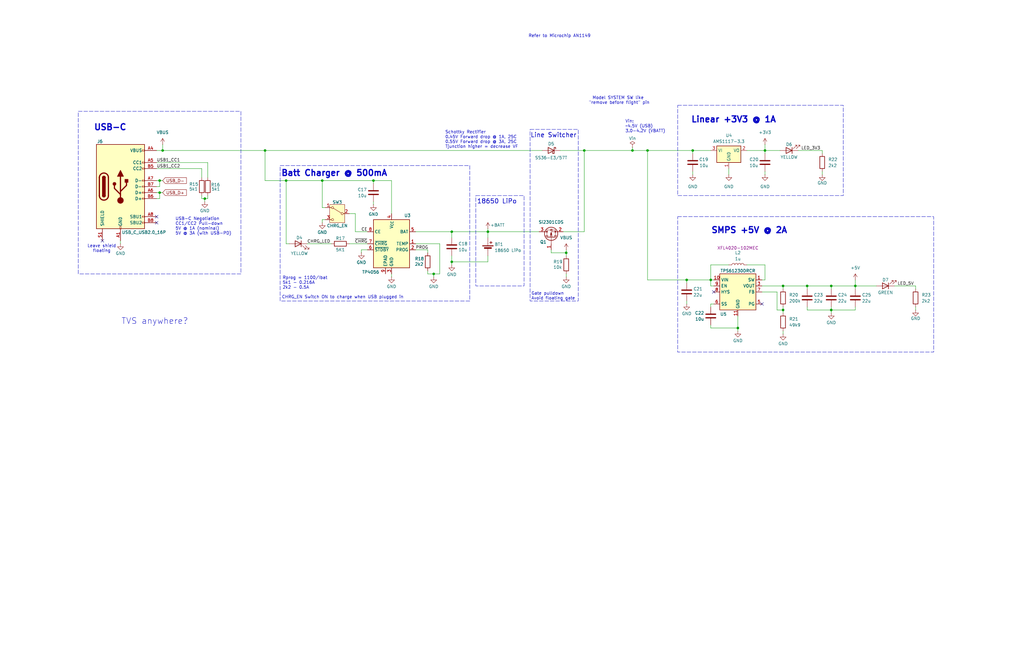
<source format=kicad_sch>
(kicad_sch (version 20250114) (generator "eeschema") (generator_version "9.0")
  (paper "USLedger")
  (title_block (title "+5V, +3V3, LiPo Battery, Charger") (date "2025-10-15") (rev "B") (company "Bronco STAR - BLV") (comment 1 "Rev B - Add TP4056 Charger, Line Switcher, +5V SMPS"))
  (lib_symbols
    (symbol "Battery_Management:TP4056-42-ESOP8"
      (property "Reference" "U" (at -6.604 11.684 0))
      (property "Value" "TP4056-42-ESOP8" (at 10.16 11.684 0))
      (symbol "TP4056-42-ESOP8_1_0"
        (pin input line (at -10.16 5.08 0) (length 2.54) (name "CE") (number "8"))
        (pin open_collector line (at -10.16 0 0) (length 2.54) (name "~{CHRG}") (number "7"))
        (pin open_collector line (at -10.16 -2.54 0) (length 2.54) (name "~{STDBY}") (number "6"))
        (pin passive line (at -2.54 -12.7 90) (length 2.54) (name "EPAD") (number "9"))
        (pin power_in line (at 0 12.7 270) (length 2.54) (name "V_{CC}") (number "4"))
        (pin power_in line (at 0 -12.7 90) (length 2.54) (name "GND") (number "3"))
        (pin power_out line (at 10.16 5.08 180) (length 2.54) (name "BAT") (number "5"))
        (pin input line (at 10.16 0 180) (length 2.54) (name "TEMP") (number "1"))
        (pin passive line (at 10.16 -2.54 180) (length 2.54) (name "PROG") (number "2"))
      )
      (symbol "TP4056-42-ESOP8_1_1"
        (rectangle (start -7.62 10.16) (end 7.62 -10.16) (stroke (width 0.254)) (fill (type background)))
      )
    )
    (symbol "Connector:USB_C_Receptacle_USB2.0_16P" (pin_names (offset 1.016))
      (property "Reference" "J" (at 0 22.225 0))
      (property "Value" "USB_C_Receptacle_USB2.0_16P" (at 0 19.685 0))
      (symbol "USB_C_Receptacle_USB2.0_16P_0_0"
        (rectangle (start -0.254 -17.78) (end 0.254 -16.764))
        (rectangle (start 10.16 15.494) (end 9.144 14.986))
        (rectangle (start 10.16 10.414) (end 9.144 9.906))
        (rectangle (start 10.16 7.874) (end 9.144 7.366))
        (rectangle (start 10.16 2.794) (end 9.144 2.286))
        (rectangle (start 10.16 0.254) (end 9.144 -0.254))
        (rectangle (start 10.16 -2.286) (end 9.144 -2.794))
        (rectangle (start 10.16 -4.826) (end 9.144 -5.334))
        (rectangle (start 10.16 -12.446) (end 9.144 -12.954))
        (rectangle (start 10.16 -14.986) (end 9.144 -15.494))
      )
      (symbol "USB_C_Receptacle_USB2.0_16P_0_1"
        (rectangle (start -10.16 17.78) (end 10.16 -17.78) (stroke (width 0.254)) (fill (type background)))
        (polyline (pts (xy -8.89 -3.81) (xy -8.89 3.81)) (stroke (width 0.508)))
        (rectangle (start -7.62 -3.81) (end -6.35 3.81) (stroke (width 0.254)) (fill (type outline)))
        (arc (start -7.62 3.81) (mid -6.985 4.4423) (end -6.35 3.81) (stroke (width 0.254)))
        (arc (start -7.62 3.81) (mid -6.985 4.4423) (end -6.35 3.81) (stroke (width 0.254)) (fill (type outline)))
        (arc (start -8.89 3.81) (mid -6.985 5.7067) (end -5.08 3.81) (stroke (width 0.508)))
        (arc (start -5.08 -3.81) (mid -6.985 -5.7067) (end -8.89 -3.81) (stroke (width 0.508)))
        (arc (start -6.35 -3.81) (mid -6.985 -4.4423) (end -7.62 -3.81) (stroke (width 0.254)))
        (arc (start -6.35 -3.81) (mid -6.985 -4.4423) (end -7.62 -3.81) (stroke (width 0.254)) (fill (type outline)))
        (polyline (pts (xy -5.08 3.81) (xy -5.08 -3.81)) (stroke (width 0.508)))
        (circle (center -2.54 1.143) (radius 0.635) (stroke (width 0.254)) (fill (type outline)))
        (polyline (pts (xy -1.27 4.318) (xy 0 6.858) (xy 1.27 4.318) (xy -1.27 4.318)) (stroke (width 0.254)) (fill (type outline)))
        (polyline (pts (xy 0 -2.032) (xy 2.54 0.508) (xy 2.54 1.778)) (stroke (width 0.508)))
        (polyline (pts (xy 0 -3.302) (xy -2.54 -0.762) (xy -2.54 0.508)) (stroke (width 0.508)))
        (polyline (pts (xy 0 -5.842) (xy 0 4.318)) (stroke (width 0.508)))
        (circle (center 0 -5.842) (radius 1.27) (fill (type outline)))
        (rectangle (start 1.905 1.778) (end 3.175 3.048) (stroke (width 0.254)) (fill (type outline)))
      )
      (symbol "USB_C_Receptacle_USB2.0_16P_1_1"
        (pin passive line (at -7.62 -22.86 90) (length 5.08) (name "SHIELD") (number "S1"))
        (pin passive line (at 0 -22.86 90) (length 5.08) (name "GND") (number "A1"))
        (pin passive line (at 0 -22.86 90) (length 5.08) (hide yes) (name "GND") (number "A12"))
        (pin passive line (at 0 -22.86 90) (length 5.08) (hide yes) (name "GND") (number "B1"))
        (pin passive line (at 0 -22.86 90) (length 5.08) (hide yes) (name "GND") (number "B12"))
        (pin passive line (at 15.24 15.24 180) (length 5.08) (name "VBUS") (number "A4"))
        (pin passive line (at 15.24 15.24 180) (length 5.08) (hide yes) (name "VBUS") (number "A9"))
        (pin passive line (at 15.24 15.24 180) (length 5.08) (hide yes) (name "VBUS") (number "B4"))
        (pin passive line (at 15.24 15.24 180) (length 5.08) (hide yes) (name "VBUS") (number "B9"))
        (pin bidirectional line (at 15.24 10.16 180) (length 5.08) (name "CC1") (number "A5"))
        (pin bidirectional line (at 15.24 7.62 180) (length 5.08) (name "CC2") (number "B5"))
        (pin bidirectional line (at 15.24 2.54 180) (length 5.08) (name "D-") (number "A7"))
        (pin bidirectional line (at 15.24 0 180) (length 5.08) (name "D-") (number "B7"))
        (pin bidirectional line (at 15.24 -2.54 180) (length 5.08) (name "D+") (number "A6"))
        (pin bidirectional line (at 15.24 -5.08 180) (length 5.08) (name "D+") (number "B6"))
        (pin bidirectional line (at 15.24 -12.7 180) (length 5.08) (name "SBU1") (number "A8"))
        (pin bidirectional line (at 15.24 -15.24 180) (length 5.08) (name "SBU2") (number "B8"))
      )
    )
    (symbol "Device:Battery_Cell" (pin_numbers (hide yes)) (pin_names (offset 0) (hide yes))
      (property "Reference" "BT" (at 2.54 2.54 0))
      (property "Value" "Battery_Cell" (at 2.54 0 0))
      (symbol "Battery_Cell_0_1"
        (rectangle (start -2.286 1.778) (end 2.286 1.524) (fill (type outline)))
        (rectangle (start -1.524 1.016) (end 1.524 0.508) (fill (type outline)))
        (polyline (pts (xy 0 1.778) (xy 0 2.54)))
        (polyline (pts (xy 0 0.762) (xy 0 0)))
        (polyline (pts (xy 0.762 3.048) (xy 1.778 3.048)) (stroke (width 0.254)))
        (polyline (pts (xy 1.27 3.556) (xy 1.27 2.54)) (stroke (width 0.254)))
      )
      (symbol "Battery_Cell_1_1"
        (pin passive line (at 0 5.08 270) (length 2.54) (name "+") (number "1"))
        (pin passive line (at 0 -2.54 90) (length 2.54) (name "-") (number "2"))
      )
    )
    (symbol "Device:C" (pin_numbers (hide yes)) (pin_names (offset 0.254))
      (property "Reference" "C" (at 0.635 2.54 0))
      (property "Value" "C" (at 0.635 -2.54 0))
      (symbol "C_0_1"
        (polyline (pts (xy -2.032 0.762) (xy 2.032 0.762)) (stroke (width 0.508)))
        (polyline (pts (xy -2.032 -0.762) (xy 2.032 -0.762)) (stroke (width 0.508)))
      )
      (symbol "C_1_1"
        (pin passive line (at 0 3.81 270) (length 2.794) (name "~") (number "1"))
        (pin passive line (at 0 -3.81 90) (length 2.794) (name "~") (number "2"))
      )
    )
    (symbol "Device:L" (pin_numbers (hide yes)) (pin_names (offset 1.016) (hide yes))
      (property "Reference" "L" (at -1.27 0 90))
      (property "Value" "L" (at 1.905 0 90))
      (symbol "L_0_1"
        (arc (start 0 2.54) (mid 0.6323 1.905) (end 0 1.27))
        (arc (start 0 1.27) (mid 0.6323 0.635) (end 0 0))
        (arc (start 0 0) (mid 0.6323 -0.635) (end 0 -1.27))
        (arc (start 0 -1.27) (mid 0.6323 -1.905) (end 0 -2.54))
      )
      (symbol "L_1_1"
        (pin passive line (at 0 3.81 270) (length 1.27) (name "1") (number "1"))
        (pin passive line (at 0 -3.81 90) (length 1.27) (name "2") (number "2"))
      )
    )
    (symbol "Device:LED" (pin_numbers (hide yes)) (pin_names (offset 1.016) (hide yes))
      (property "Reference" "D" (at 0 2.54 0))
      (property "Value" "LED" (at 0 -2.54 0))
      (symbol "LED_0_1"
        (polyline (pts (xy -3.048 -0.762) (xy -4.572 -2.286) (xy -3.81 -2.286) (xy -4.572 -2.286) (xy -4.572 -1.524)))
        (polyline (pts (xy -1.778 -0.762) (xy -3.302 -2.286) (xy -2.54 -2.286) (xy -3.302 -2.286) (xy -3.302 -1.524)))
        (polyline (pts (xy -1.27 0) (xy 1.27 0)))
        (polyline (pts (xy -1.27 -1.27) (xy -1.27 1.27)) (stroke (width 0.254)))
        (polyline (pts (xy 1.27 -1.27) (xy 1.27 1.27) (xy -1.27 0) (xy 1.27 -1.27)) (stroke (width 0.254)))
      )
      (symbol "LED_1_1"
        (pin passive line (at -3.81 0 0) (length 2.54) (name "K") (number "1"))
        (pin passive line (at 3.81 0 180) (length 2.54) (name "A") (number "2"))
      )
    )
    (symbol "Device:R" (pin_numbers (hide yes)) (pin_names (offset 0))
      (property "Reference" "R" (at 2.032 0 90))
      (property "Value" "R" (at 0 0 90))
      (symbol "R_0_1"
        (rectangle (start -1.016 -2.54) (end 1.016 2.54) (stroke (width 0.254)))
      )
      (symbol "R_1_1"
        (pin passive line (at 0 3.81 270) (length 1.27) (name "~") (number "1"))
        (pin passive line (at 0 -3.81 90) (length 1.27) (name "~") (number "2"))
      )
    )
    (symbol "Diode:MBRS340" (pin_numbers (hide yes)) (pin_names (offset 1.016) (hide yes))
      (property "Reference" "D" (at 0 2.54 0))
      (property "Value" "MBRS340" (at 0 -2.54 0))
      (symbol "MBRS340_0_1"
        (polyline (pts (xy -1.905 0.635) (xy -1.905 1.27) (xy -1.27 1.27) (xy -1.27 -1.27) (xy -0.635 -1.27) (xy -0.635 -0.635)) (stroke (width 0.254)))
        (polyline (pts (xy 1.27 1.27) (xy 1.27 -1.27) (xy -1.27 0) (xy 1.27 1.27)) (stroke (width 0.254)))
        (polyline (pts (xy 1.27 0) (xy -1.27 0)))
      )
      (symbol "MBRS340_1_1"
        (pin passive line (at -3.81 0 0) (length 2.54) (name "K") (number "1"))
        (pin passive line (at 3.81 0 180) (length 2.54) (name "A") (number "2"))
      )
    )
    (symbol "Regulator_Linear:AMS1117-3.3"
      (property "Reference" "U" (at -3.81 3.175 0))
      (property "Value" "AMS1117-3.3" (at 0 3.175 0))
      (symbol "AMS1117-3.3_0_1"
        (rectangle (start -5.08 -5.08) (end 5.08 1.905) (stroke (width 0.254)) (fill (type background)))
      )
      (symbol "AMS1117-3.3_1_1"
        (pin power_in line (at -7.62 0 0) (length 2.54) (name "VI") (number "3"))
        (pin power_in line (at 0 -7.62 90) (length 2.54) (name "GND") (number "1"))
        (pin power_out line (at 7.62 0 180) (length 2.54) (name "VO") (number "2"))
      )
    )
    (symbol "Regulator_Switching:TPS61230DRC"
      (property "Reference" "U" (at -7.62 11.43 0))
      (property "Value" "TPS61230DRC" (at -7.62 8.89 0))
      (symbol "TPS61230DRC_0_1"
        (rectangle (start -7.62 7.62) (end 7.62 -7.62) (stroke (width 0.254)) (fill (type background)))
      )
      (symbol "TPS61230DRC_1_1"
        (pin power_in line (at -10.16 5.08 0) (length 2.54) (name "VIN") (number "10"))
        (pin input line (at -10.16 2.54 0) (length 2.54) (name "EN") (number "9"))
        (pin output line (at -10.16 0 0) (length 2.54) (name "HYS") (number "8"))
        (pin input line (at -10.16 -5.08 0) (length 2.54) (name "SS") (number "6"))
        (pin power_in line (at 0 -10.16 90) (length 2.54) (name "GND") (number "11"))
        (pin power_out line (at 10.16 5.08 180) (length 2.54) (name "SW") (number "1"))
        (pin passive line (at 10.16 5.08 180) (length 2.54) (hide yes) (name "SW") (number "2"))
        (pin power_out line (at 10.16 2.54 180) (length 2.54) (name "VOUT") (number "3"))
        (pin passive line (at 10.16 2.54 180) (length 2.54) (hide yes) (name "VOUT") (number "4"))
        (pin input line (at 10.16 0 180) (length 2.54) (name "FB") (number "7"))
        (pin output line (at 10.16 -5.08 180) (length 2.54) (name "PG") (number "5"))
      )
    )
    (symbol "Switch:SW_SPDT" (pin_names (offset 0) (hide yes))
      (property "Reference" "SW" (at 0 5.08 0))
      (property "Value" "SW_SPDT" (at 0 -5.08 0))
      (symbol "SW_SPDT_0_1"
        (circle (center -2.032 0) (radius 0.4572))
        (polyline (pts (xy -1.651 0.254) (xy 1.651 2.286)))
        (circle (center 2.032 2.54) (radius 0.4572))
        (circle (center 2.032 -2.54) (radius 0.4572))
      )
      (symbol "SW_SPDT_1_1"
        (rectangle (start -3.175 3.81) (end 3.175 -3.81) (fill (type background)))
        (pin passive line (at -5.08 0 0) (length 2.54) (name "B") (number "2"))
        (pin passive line (at 5.08 2.54 180) (length 2.54) (name "A") (number "1"))
        (pin passive line (at 5.08 -2.54 180) (length 2.54) (name "C") (number "3"))
      )
    )
    (symbol "Transistor_FET:DMG2301L" (pin_names (hide yes))
      (property "Reference" "Q" (at 5.08 1.905 0))
      (property "Value" "DMG2301L" (at 5.08 0 0))
      (symbol "DMG2301L_0_1"
        (polyline (pts (xy 0.254 1.905) (xy 0.254 -1.905)) (stroke (width 0.254)))
        (polyline (pts (xy 0.254 0) (xy -2.54 0)))
        (polyline (pts (xy 0.762 2.286) (xy 0.762 1.27)) (stroke (width 0.254)))
        (polyline (pts (xy 0.762 1.778) (xy 3.302 1.778) (xy 3.302 -1.778) (xy 0.762 -1.778)))
        (polyline (pts (xy 0.762 0.508) (xy 0.762 -0.508)) (stroke (width 0.254)))
        (polyline (pts (xy 0.762 -1.27) (xy 0.762 -2.286)) (stroke (width 0.254)))
        (circle (center 1.651 0) (radius 2.794) (stroke (width 0.254)))
        (polyline (pts (xy 2.286 0) (xy 1.27 0.381) (xy 1.27 -0.381) (xy 2.286 0)) (fill (type outline)))
        (polyline (pts (xy 2.54 2.54) (xy 2.54 1.778)))
        (circle (center 2.54 1.778) (radius 0.254) (fill (type outline)))
        (circle (center 2.54 -1.778) (radius 0.254) (fill (type outline)))
        (polyline (pts (xy 2.54 -2.54) (xy 2.54 0) (xy 0.762 0)))
        (polyline (pts (xy 2.794 -0.508) (xy 2.921 -0.381) (xy 3.683 -0.381) (xy 3.81 -0.254)))
        (polyline (pts (xy 3.302 -0.381) (xy 2.921 0.254) (xy 3.683 0.254) (xy 3.302 -0.381)))
      )
      (symbol "DMG2301L_1_1"
        (pin input line (at -5.08 0 0) (length 2.54) (name "G") (number "1"))
        (pin passive line (at 2.54 5.08 270) (length 2.54) (name "D") (number "3"))
        (pin passive line (at 2.54 -5.08 90) (length 2.54) (name "S") (number "2"))
      )
    )
    (symbol "power:+3V3" (power) (pin_numbers (hide yes)) (pin_names (offset 0) (hide yes))
      (property "Value" "+3V3" (at 0 3.556 0))
      (symbol "+3V3_0_1"
        (polyline (pts (xy -0.762 1.27) (xy 0 2.54)))
        (polyline (pts (xy 0 2.54) (xy 0.762 1.27)))
        (polyline (pts (xy 0 0) (xy 0 2.54)))
      )
      (symbol "+3V3_1_1"
        (pin power_in line (at 0 0 90) (length 0) (name "~") (number "1"))
      )
    )
    (symbol "power:+5V" (power) (pin_numbers (hide yes)) (pin_names (offset 0) (hide yes))
      (property "Value" "+5V" (at 0 3.556 0))
      (symbol "+5V_0_1"
        (polyline (pts (xy -0.762 1.27) (xy 0 2.54)))
        (polyline (pts (xy 0 2.54) (xy 0.762 1.27)))
        (polyline (pts (xy 0 0) (xy 0 2.54)))
      )
      (symbol "+5V_1_1"
        (pin power_in line (at 0 0 90) (length 0) (name "~") (number "1"))
      )
    )
    (symbol "power:+BATT" (power) (pin_numbers (hide yes)) (pin_names (offset 0) (hide yes))
      (property "Value" "+BATT" (at 0 3.556 0))
      (symbol "+BATT_0_1"
        (polyline (pts (xy -0.762 1.27) (xy 0 2.54)))
        (polyline (pts (xy 0 2.54) (xy 0.762 1.27)))
        (polyline (pts (xy 0 0) (xy 0 2.54)))
      )
      (symbol "+BATT_1_1"
        (pin power_in line (at 0 0 90) (length 0) (name "~") (number "1"))
      )
    )
    (symbol "power:GND" (power) (pin_numbers (hide yes)) (pin_names (offset 0) (hide yes))
      (property "Value" "GND" (at 0 -3.81 0))
      (symbol "GND_0_1"
        (polyline (pts (xy 0 0) (xy 0 -1.27) (xy 1.27 -1.27) (xy 0 -2.54) (xy -1.27 -1.27) (xy 0 -1.27)))
      )
      (symbol "GND_1_1"
        (pin power_in line (at 0 0 270) (length 0) (name "~") (number "1"))
      )
    )
    (symbol "power:PWR_FLAG" (power) (pin_numbers (hide yes)) (pin_names (offset 0) (hide yes))
      (property "Value" "PWR_FLAG" (at 0 3.81 0))
      (symbol "PWR_FLAG_0_0"
        (pin power_out line (at 0 0 90) (length 0) (name "~") (number "1"))
      )
      (symbol "PWR_FLAG_0_1"
        (polyline (pts (xy 0 0) (xy 0 1.27) (xy -1.016 1.905) (xy 0 2.54) (xy 1.016 1.905) (xy 0 1.27)))
      )
    )
    (symbol "power:VBUS" (power) (pin_numbers (hide yes)) (pin_names (offset 0) (hide yes))
      (property "Value" "VBUS" (at 0 3.556 0))
      (symbol "VBUS_0_1"
        (polyline (pts (xy -0.762 1.27) (xy 0 2.54)))
        (polyline (pts (xy 0 2.54) (xy 0.762 1.27)))
        (polyline (pts (xy 0 0) (xy 0 2.54)))
      )
      (symbol "VBUS_1_1"
        (pin power_in line (at 0 0 90) (length 0) (name "~") (number "1"))
      )
    )
  )
  (rectangle (start 285.75 44.45) (end 355.6 82.55) (stroke (width 0) (type dash)))
  (rectangle (start 285.75 91.44) (end 393.7 148.59) (stroke (width 0) (type dash)))
  (rectangle (start 33.02 46.99) (end 101.6 115.57) (stroke (width 0) (type dash)))
  (rectangle (start 200.66 82.55) (end 220.98 120.65) (stroke (width 0) (type dash)))
  (rectangle (start 223.52 54.61) (end 243.84 127) (stroke (width 0) (type dash)))
  (rectangle (start 118.11 69.85) (end 198.12 127) (stroke (width 0) (type dash)))
  (text "USB-C Negotiation\nCC1/CC2 Pull-down\n5V @ 1A (nominal)\n5V @ 3A (with USB-PD)\n" (at 73.914 95.504 0) (effects (font (size 1.27 1.27)) (justify left)))
  (text "Refer to Microchip AN1149" (at 235.966 15.24 0) (effects (font (size 1.27 1.27))))
  (text "CHRG_EN Switch ON to charge when USB plugged in" (at 144.526 125.476 0) (effects (font (size 1.27 1.27))))
  (text "Rprog = 1100/Ibat\n5k1 - 0.216A\n2k2 - 0.5A" (at 119.126 119.38 0) (effects (font (size 1.27 1.27)) (justify left)))
  (text "Linear +3V3 @ 1A\n" (at 309.372 50.546 0) (effects (font (size 2.54 2.54) (thickness 0.508) (bold yes))))
  (text "Vin:\n~4.5V (USB)\n3.0-4.2V (VBATT)\n" (at 263.652 53.34 0) (effects (font (size 1.27 1.27)) (justify left)))
  (text "Line Switcher" (at 233.426 57.15 0) (effects (font (size 1.905 1.905) (thickness 0.2381))))
  (text "Leave shield\nfloating\n" (at 42.926 104.902 0) (effects (font (size 1.27 1.27))))
  (text "Gate pulldown\nAvoid floating gate" (at 224.028 123.19 0) (effects (font (size 1.27 1.27)) (justify left top)))
  (text "TVS anywhere?" (at 65.278 135.636 0) (effects (font (size 2.54 2.54))))
  (text "Batt Charger @ 500mA" (at 140.97 73.152 0) (effects (font (size 2.54 2.54) (thickness 0.508) (bold yes))))
  (text "Model SYSTEM SW like \n\"remove before flight\" pin" (at 261.112 42.418 0) (effects (font (size 1.27 1.27))))
  (text "SMPS +5V @ 2A" (at 315.976 97.282 0) (effects (font (size 2.54 2.54) (thickness 0.508) (bold yes))))
  (text "18650 LiPo\n" (at 209.55 85.09 0) (effects (font (size 1.905 1.905) (thickness 0.2381))))
  (text "USB-C\n" (at 46.482 53.848 0) (effects (font (size 2.54 2.54) (thickness 0.508) (bold yes))))
  (text "Schottky Rectifier\n0.45V Forward drop @ 1A, 25C\n0.55V Forward drop @ 3A, 25C\nTjunction higher = decrease VF" (at 187.706 55.118 0) (effects (font (size 1.27 1.27)) (justify left top)))
  (junction (at 86.36 83.82))
  (junction (at 299.72 118.11))
  (junction (at 330.2 120.65))
  (junction (at 340.36 120.65))
  (junction (at 246.38 63.5))
  (junction (at 289.56 118.11))
  (junction (at 322.58 63.5))
  (junction (at 360.68 120.65))
  (junction (at 190.5 110.49))
  (junction (at 205.74 97.79))
  (junction (at 157.48 76.2))
  (junction (at 111.76 63.5))
  (junction (at 120.65 76.2))
  (junction (at 311.15 138.43))
  (junction (at 273.05 63.5))
  (junction (at 266.7 63.5))
  (junction (at 182.88 115.57))
  (junction (at 350.52 130.81))
  (junction (at 292.1 63.5))
  (junction (at 350.52 120.65))
  (junction (at 135.89 76.2))
  (junction (at 68.58 63.5))
  (junction (at 330.2 130.81))
  (junction (at 238.76 106.68))
  (junction (at 190.5 97.79))
  (junction (at 67.31 81.28))
  (junction (at 67.31 76.2))
  (no_connect (at 66.04 91.44))
  (no_connect (at 43.18 101.6))
  (no_connect (at 300.99 123.19))
  (no_connect (at 321.31 128.27))
  (no_connect (at 66.04 93.98))
  (wire (pts (xy 350.52 130.81) (xy 360.68 130.81)))
  (wire (pts (xy 67.31 76.2) (xy 66.04 76.2)))
  (wire (pts (xy 386.08 121.92) (xy 386.08 120.65)))
  (wire (pts (xy 139.7 102.87) (xy 129.54 102.87)))
  (wire (pts (xy 322.58 63.5) (xy 322.58 64.77)))
  (wire (pts (xy 340.36 129.54) (xy 340.36 130.81)))
  (wire (pts (xy 121.92 102.87) (xy 120.65 102.87)))
  (wire (pts (xy 238.76 105.41) (xy 238.76 106.68)))
  (wire (pts (xy 322.58 111.76) (xy 314.96 111.76)))
  (wire (pts (xy 157.48 85.09) (xy 157.48 86.36)))
  (wire (pts (xy 307.34 111.76) (xy 299.72 111.76)))
  (wire (pts (xy 266.7 62.23) (xy 266.7 63.5)))
  (wire (pts (xy 327.66 130.81) (xy 327.66 123.19)))
  (wire (pts (xy 273.05 63.5) (xy 292.1 63.5)))
  (wire (pts (xy 120.65 76.2) (xy 120.65 102.87)))
  (wire (pts (xy 299.72 138.43) (xy 299.72 137.16)))
  (wire (pts (xy 360.68 120.65) (xy 369.57 120.65)))
  (wire (pts (xy 292.1 63.5) (xy 299.72 63.5)))
  (wire (pts (xy 321.31 118.11) (xy 322.58 118.11)))
  (wire (pts (xy 85.09 83.82) (xy 86.36 83.82)))
  (wire (pts (xy 157.48 76.2) (xy 165.1 76.2)))
  (wire (pts (xy 299.72 111.76) (xy 299.72 118.11)))
  (wire (pts (xy 322.58 118.11) (xy 322.58 111.76)))
  (wire (pts (xy 68.58 60.96) (xy 68.58 63.5)))
  (wire (pts (xy 289.56 118.11) (xy 299.72 118.11)))
  (wire (pts (xy 330.2 130.81) (xy 330.2 132.08)))
  (wire (pts (xy 66.04 78.74) (xy 67.31 78.74)))
  (wire (pts (xy 165.1 76.2) (xy 165.1 90.17)))
  (wire (pts (xy 182.88 115.57) (xy 185.42 115.57)))
  (wire (pts (xy 322.58 73.66) (xy 322.58 72.39)))
  (wire (pts (xy 185.42 115.57) (xy 185.42 102.87)))
  (wire (pts (xy 360.68 120.65) (xy 360.68 121.92)))
  (wire (pts (xy 360.68 118.11) (xy 360.68 120.65)))
  (wire (pts (xy 205.74 110.49) (xy 205.74 107.95)))
  (wire (pts (xy 360.68 130.81) (xy 360.68 129.54)))
  (wire (pts (xy 330.2 120.65) (xy 340.36 120.65)))
  (wire (pts (xy 289.56 127) (xy 289.56 128.27)))
  (wire (pts (xy 137.16 87.63) (xy 135.89 87.63)))
  (wire (pts (xy 238.76 107.95) (xy 238.76 106.68)))
  (wire (pts (xy 190.5 107.95) (xy 190.5 110.49)))
  (wire (pts (xy 386.08 129.54) (xy 386.08 130.81)))
  (wire (pts (xy 350.52 129.54) (xy 350.52 130.81)))
  (wire (pts (xy 135.89 92.71) (xy 137.16 92.71)))
  (wire (pts (xy 311.15 133.35) (xy 311.15 138.43)))
  (wire (pts (xy 346.71 72.39) (xy 346.71 73.66)))
  (wire (pts (xy 340.36 120.65) (xy 340.36 121.92)))
  (wire (pts (xy 299.72 118.11) (xy 300.99 118.11)))
  (wire (pts (xy 111.76 76.2) (xy 111.76 63.5)))
  (wire (pts (xy 340.36 130.81) (xy 350.52 130.81)))
  (wire (pts (xy 299.72 120.65) (xy 299.72 118.11)))
  (wire (pts (xy 180.34 114.3) (xy 180.34 115.57)))
  (wire (pts (xy 175.26 97.79) (xy 190.5 97.79)))
  (wire (pts (xy 346.71 64.77) (xy 346.71 63.5)))
  (wire (pts (xy 67.31 78.74) (xy 67.31 76.2)))
  (wire (pts (xy 152.4 106.68) (xy 152.4 105.41)))
  (wire (pts (xy 238.76 115.57) (xy 238.76 116.84)))
  (wire (pts (xy 311.15 138.43) (xy 299.72 138.43)))
  (wire (pts (xy 66.04 71.12) (xy 85.09 71.12)))
  (wire (pts (xy 85.09 74.93) (xy 85.09 71.12)))
  (wire (pts (xy 273.05 118.11) (xy 289.56 118.11)))
  (wire (pts (xy 66.04 83.82) (xy 67.31 83.82)))
  (wire (pts (xy 67.31 83.82) (xy 67.31 81.28)))
  (wire (pts (xy 135.89 92.71) (xy 135.89 93.98)))
  (wire (pts (xy 330.2 139.7) (xy 330.2 140.97)))
  (wire (pts (xy 377.19 120.65) (xy 386.08 120.65)))
  (wire (pts (xy 246.38 63.5) (xy 246.38 97.79)))
  (wire (pts (xy 147.32 102.87) (xy 154.94 102.87)))
  (wire (pts (xy 67.31 81.28) (xy 66.04 81.28)))
  (wire (pts (xy 50.8 101.6) (xy 50.8 102.87)))
  (wire (pts (xy 232.41 106.68) (xy 232.41 105.41)))
  (wire (pts (xy 87.63 83.82) (xy 87.63 82.55)))
  (wire (pts (xy 205.74 97.79) (xy 227.33 97.79)))
  (wire (pts (xy 190.5 110.49) (xy 205.74 110.49)))
  (wire (pts (xy 237.49 97.79) (xy 246.38 97.79)))
  (wire (pts (xy 330.2 129.54) (xy 330.2 130.81)))
  (wire (pts (xy 266.7 63.5) (xy 273.05 63.5)))
  (wire (pts (xy 336.55 63.5) (xy 346.71 63.5)))
  (wire (pts (xy 68.58 76.2) (xy 67.31 76.2)))
  (wire (pts (xy 86.36 83.82) (xy 87.63 83.82)))
  (wire (pts (xy 322.58 60.96) (xy 322.58 63.5)))
  (wire (pts (xy 292.1 63.5) (xy 292.1 64.77)))
  (wire (pts (xy 180.34 106.68) (xy 180.34 105.41)))
  (wire (pts (xy 182.88 115.57) (xy 180.34 115.57)))
  (wire (pts (xy 299.72 128.27) (xy 299.72 129.54)))
  (wire (pts (xy 238.76 106.68) (xy 232.41 106.68)))
  (wire (pts (xy 292.1 73.66) (xy 292.1 72.39)))
  (wire (pts (xy 205.74 97.79) (xy 205.74 100.33)))
  (wire (pts (xy 340.36 120.65) (xy 350.52 120.65)))
  (wire (pts (xy 111.76 76.2) (xy 120.65 76.2)))
  (wire (pts (xy 85.09 83.82) (xy 85.09 82.55)))
  (wire (pts (xy 311.15 138.43) (xy 311.15 139.7)))
  (wire (pts (xy 149.86 97.79) (xy 149.86 90.17)))
  (wire (pts (xy 175.26 102.87) (xy 185.42 102.87)))
  (wire (pts (xy 190.5 97.79) (xy 190.5 100.33)))
  (wire (pts (xy 135.89 76.2) (xy 135.89 87.63)))
  (wire (pts (xy 327.66 123.19) (xy 321.31 123.19)))
  (wire (pts (xy 289.56 119.38) (xy 289.56 118.11)))
  (wire (pts (xy 246.38 63.5) (xy 266.7 63.5)))
  (wire (pts (xy 66.04 63.5) (xy 68.58 63.5)))
  (wire (pts (xy 300.99 128.27) (xy 299.72 128.27)))
  (wire (pts (xy 68.58 81.28) (xy 67.31 81.28)))
  (wire (pts (xy 350.52 120.65) (xy 350.52 121.92)))
  (wire (pts (xy 149.86 90.17) (xy 147.32 90.17)))
  (wire (pts (xy 190.5 97.79) (xy 205.74 97.79)))
  (wire (pts (xy 205.74 96.52) (xy 205.74 97.79)))
  (wire (pts (xy 66.04 68.58) (xy 87.63 68.58)))
  (wire (pts (xy 321.31 120.65) (xy 330.2 120.65)))
  (wire (pts (xy 300.99 120.65) (xy 299.72 120.65)))
  (wire (pts (xy 350.52 120.65) (xy 360.68 120.65)))
  (wire (pts (xy 68.58 63.5) (xy 111.76 63.5)))
  (wire (pts (xy 236.22 63.5) (xy 246.38 63.5)))
  (wire (pts (xy 314.96 63.5) (xy 322.58 63.5)))
  (wire (pts (xy 190.5 110.49) (xy 190.5 111.76)))
  (wire (pts (xy 322.58 63.5) (xy 328.93 63.5)))
  (wire (pts (xy 152.4 105.41) (xy 154.94 105.41)))
  (wire (pts (xy 135.89 76.2) (xy 157.48 76.2)))
  (wire (pts (xy 273.05 63.5) (xy 273.05 118.11)))
  (wire (pts (xy 87.63 68.58) (xy 87.63 74.93)))
  (wire (pts (xy 182.88 115.57) (xy 182.88 116.84)))
  (wire (pts (xy 327.66 130.81) (xy 330.2 130.81)))
  (wire (pts (xy 157.48 76.2) (xy 157.48 77.47)))
  (wire (pts (xy 165.1 115.57) (xy 165.1 116.84)))
  (wire (pts (xy 154.94 97.79) (xy 149.86 97.79)))
  (wire (pts (xy 330.2 120.65) (xy 330.2 121.92)))
  (wire (pts (xy 307.34 71.12) (xy 307.34 73.66)))
  (wire (pts (xy 350.52 132.08) (xy 350.52 130.81)))
  (wire (pts (xy 86.36 85.09) (xy 86.36 83.82)))
  (wire (pts (xy 120.65 76.2) (xy 135.89 76.2)))
  (wire (pts (xy 180.34 105.41) (xy 175.26 105.41)))
  (wire (pts (xy 111.76 63.5) (xy 228.6 63.5)))
  (label "PROG" (at 175.26 105.41 0))
  (label "~{CHRG}" (at 154.94 102.87 180))
  (label "LED_3V3" (at 337.82 63.5 0))
  (label "USB1_CC2" (at 66.04 71.12 0))
  (label "LED_5V" (at 378.46 120.65 0))
  (label "CE" (at 154.94 97.79 180))
  (label "CHRG_LED" (at 129.54 102.87 0))
  (label "USB1_CC1" (at 66.04 68.58 0))
  (global_label "USB_D+" (shape input) (at 68.58 81.28 0) (property "Intersheetrefs" "${INTERSHEET_REFS}" (effects (hide yes))))
  (global_label "USB_D-" (shape input) (at 68.58 76.2 0) (property "Intersheetrefs" "${INTERSHEET_REFS}" (effects (hide yes))))
  (symbol (lib_id "power:+5V") (at 360.68 118.11 0) (unit 1)
    (property "Reference" "#PWR050" (effects (hide yes)))
    (property "Value" "+5V" (at 360.68 113.03 0))
    (property "Description" "Power symbol creates a global label with name \"+5V\"" (effects (hide yes)))
  )
  (symbol (lib_id "Device:C") (at 292.1 68.58 0) (mirror y) (unit 1)
    (property "Reference" "C19" (at 298.704 67.31 0) (effects (justify left)))
    (property "Value" "10u" (at 298.704 69.85 0) (effects (justify left)))
    (property "Footprint" "Capacitor_SMD:C_0402_1005Metric" (effects (hide yes)))
    (property "Description" "Unpolarized capacitor" (effects (hide yes)))
  )
  (symbol (lib_id "Device:Battery_Cell") (at 205.74 105.41 0) (unit 1)
    (property "Reference" "BT1" (at 208.534 103.124 0) (effects (justify left)))
    (property "Value" "18650 LiPo" (at 208.534 105.664 0) (effects (justify left)))
    (property "Footprint" "parallel18650:18650-PC4" (effects (hide yes)))
    (property "Description" "Single-cell battery" (effects (hide yes)))
  )
  (symbol (lib_id "Switch:SW_SPDT") (at 142.24 90.17 0) (mirror y) (unit 1)
    (property "Reference" "SW3" (at 142.24 85.344 0))
    (property "Value" "CHRG_EN" (at 142.24 95.25 0))
    (property "Description" "Switch, single pole double throw" (effects (hide yes)))
  )
  (symbol (lib_id "power:GND") (at 152.4 106.68 0) (unit 1)
    (property "Reference" "#PWR032" (effects (hide yes)))
    (property "Value" "GND" (at 152.4 110.744 0))
    (property "Description" "Power symbol creates a global label with name \"GND\" , ground" (effects (hide yes)))
  )
  (symbol (lib_id "Device:R") (at 330.2 135.89 0) (unit 1)
    (property "Reference" "R21" (at 332.74 134.6199 0) (effects (justify left)))
    (property "Value" "49k9" (at 332.74 137.1599 0) (effects (justify left)))
    (property "Footprint" "Resistor_SMD:R_0402_1005Metric" (effects (hide yes)))
    (property "Description" "Resistor" (effects (hide yes)))
  )
  (symbol (lib_id "Device:L") (at 311.15 111.76 90) (unit 1)
    (property "Reference" "L2" (at 311.15 106.68 90))
    (property "Value" "1u" (at 311.15 109.22 90))
    (property "Footprint" "easyeda2kicad:IND-SMD_L4.0-W4.0_XFL4020-102MEB" (effects (hide yes)))
    (property "Datasheet" "https://www.coilcraft.com/getmedia/50632d43-da1b-4cdb-8ab4-3029cab51df3/xfl4020.pdf?srsltid=AfmBOorsPnDOg9LzN5ywl5hpO9RXkkDcKFa7UlnWrLDGvMm-opFrL6cw" (effects (hide yes)))
    (property "Description" "XFL4020-102MEC" (at 311.15 104.648 90))
    (property "LCSC Part" "C5355380" (effects (hide yes)))
  )
  (symbol (lib_id "power:GND") (at 311.15 139.7 0) (unit 1)
    (property "Reference" "#PWR044" (effects (hide yes)))
    (property "Value" "GND" (at 311.15 143.764 0))
    (property "Description" "Power symbol creates a global label with name \"GND\" , ground" (effects (hide yes)))
  )
  (symbol (lib_id "power:GND") (at 307.34 73.66 0) (unit 1)
    (property "Reference" "#PWR043" (effects (hide yes)))
    (property "Value" "GND" (at 307.34 78.74 0))
    (property "Description" "Power symbol creates a global label with name \"GND\" , ground" (effects (hide yes)))
  )
  (symbol (lib_id "power:GND") (at 350.52 132.08 0) (unit 1)
    (property "Reference" "#PWR049" (effects (hide yes)))
    (property "Value" "GND" (at 350.52 136.144 0))
    (property "Description" "Power symbol creates a global label with name \"GND\" , ground" (effects (hide yes)))
  )
  (symbol (lib_id "Transistor_FET:DMG2301L") (at 232.41 100.33 90) (unit 1)
    (property "Reference" "Q1" (at 229.108 102.108 90))
    (property "Value" "Si2301CDS" (at 232.41 93.726 90))
    (property "Footprint" "Package_TO_SOT_SMD:SOT-23" (effects (hide yes)))
    (property "Datasheet" "https://www.vishay.com/docs/68741/si2301cd.pdf" (effects (hide yes)))
    (property "Description" "-3.1A Id, -20V Vds, P-Channel MOSFET, SOT-23" (effects (hide yes)))
  )
  (symbol (lib_id "Device:C") (at 340.36 125.73 0) (unit 1)
    (property "Reference" "C23" (at 343.154 124.46 0) (effects (justify left)))
    (property "Value" "22u" (at 343.154 127 0) (effects (justify left)))
    (property "Footprint" "Capacitor_SMD:C_0805_2012Metric" (effects (hide yes)))
    (property "Description" "Unpolarized capacitor" (effects (hide yes)))
  )
  (symbol (lib_id "power:+3V3") (at 322.58 60.96 0) (unit 1)
    (property "Reference" "#PWR045" (effects (hide yes)))
    (property "Value" "+3V3" (at 322.58 55.88 0))
    (property "Description" "Power symbol creates a global label with name \"+3V3\"" (effects (hide yes)))
  )
  (symbol (lib_id "power:GND") (at 322.58 73.66 0) (unit 1)
    (property "Reference" "#PWR046" (effects (hide yes)))
    (property "Value" "GND" (at 322.58 78.74 0))
    (property "Description" "Power symbol creates a global label with name \"GND\" , ground" (effects (hide yes)))
  )
  (symbol (lib_id "power:PWR_FLAG") (at 266.7 62.23 0) (unit 1)
    (property "Reference" "#FLG01" (effects (hide yes)))
    (property "Value" "Vin" (at 266.7 58.42 0))
    (property "Description" "~4.5V (USB), 3.0-4.2V (VBATT)" (effects (hide yes)))
  )
  (symbol (lib_id "power:GND") (at 190.5 111.76 0) (unit 1)
    (property "Reference" "#PWR036" (effects (hide yes)))
    (property "Value" "GND" (at 190.5 115.824 0))
    (property "Description" "Power symbol creates a global label with name \"GND\" , ground" (effects (hide yes)))
  )
  (symbol (lib_id "Device:R") (at 238.76 111.76 0) (mirror y) (unit 1)
    (property "Reference" "R19" (at 237.236 110.49 0) (effects (justify left)))
    (property "Value" "10k" (at 236.982 112.776 0) (effects (justify left)))
    (property "Footprint" "Resistor_SMD:R_0603_1608Metric" (effects (hide yes)))
    (property "Description" "Resistor" (effects (hide yes)))
  )
  (symbol (lib_id "power:GND") (at 50.8 102.87 0) (unit 1)
    (property "Reference" "#PWR028" (effects (hide yes)))
    (property "Value" "GND" (at 50.8 106.934 0))
    (property "Description" "Power symbol creates a global label with name \"GND\" , ground" (effects (hide yes)))
  )
  (symbol (lib_id "power:GND") (at 135.89 93.98 0) (unit 1)
    (property "Reference" "#PWR031" (effects (hide yes)))
    (property "Value" "GND" (at 135.89 98.044 0))
    (property "Description" "Power symbol creates a global label with name \"GND\" , ground" (effects (hide yes)))
  )
  (symbol (lib_id "power:GND") (at 86.36 85.09 0) (unit 1)
    (property "Reference" "#PWR030" (effects (hide yes)))
    (property "Value" "GND" (at 86.36 88.9 0))
    (property "Description" "Power symbol creates a global label with name \"GND\" , ground" (effects (hide yes)))
  )
  (symbol (lib_id "Device:R") (at 87.63 78.74 0) (unit 1)
    (property "Reference" "R16" (at 88.9 77.978 0) (effects (justify left)))
    (property "Value" "5k1" (at 89.154 79.756 0) (effects (justify left)))
    (property "Footprint" "Resistor_SMD:R_0402_1005Metric" (effects (hide yes)))
    (property "Description" "Resistor" (effects (hide yes)))
  )
  (symbol (lib_id "power:GND") (at 182.88 116.84 0) (unit 1)
    (property "Reference" "#PWR035" (effects (hide yes)))
    (property "Value" "GND" (at 182.88 120.904 0))
    (property "Description" "Power symbol creates a global label with name \"GND\" , ground" (effects (hide yes)))
  )
  (symbol (lib_id "Regulator_Switching:TPS61230DRC") (at 311.15 123.19 0) (unit 1)
    (property "Reference" "U5" (at 305.054 132.588 0))
    (property "Value" "TPS61230DRCR" (at 311.15 114.3 0))
    (property "Footprint" "Package_SON:Texas_S-PVSON-N10_ThermalVias" (effects (hide yes)))
    (property "Datasheet" "http://www.ti.com/lit/ds/symlink/tps61232.pdf" (effects (hide yes)))
    (property "Description" "High Efficiency Synchronous Step Up Converters with 5-A Switches, 2.3-5.5V Input Voltage, VSON-10" (effects (hide yes)))
  )
  (symbol (lib_id "Device:C") (at 289.56 123.19 0) (unit 1)
    (property "Reference" "C21" (at 292.354 121.92 0) (effects (justify left)))
    (property "Value" "22u" (at 292.354 124.46 0) (effects (justify left)))
    (property "Footprint" "Capacitor_SMD:C_0805_2012Metric" (effects (hide yes)))
    (property "Description" "Unpolarized capacitor" (effects (hide yes)))
  )
  (symbol (lib_id "Device:C") (at 157.48 81.28 0) (mirror y) (unit 1)
    (property "Reference" "C17" (at 154.686 80.01 0) (effects (justify left)))
    (property "Value" "10u" (at 154.686 82.55 0) (effects (justify left)))
    (property "Footprint" "Capacitor_SMD:C_0603_1608Metric" (effects (hide yes)))
    (property "Description" "Unpolarized capacitor" (effects (hide yes)))
  )
  (symbol (lib_id "Battery_Management:TP4056-42-ESOP8") (at 165.1 102.87 0) (unit 1)
    (property "Reference" "U3" (at 170.434 90.932 0) (effects (justify left)))
    (property "Value" "TP4056" (at 152.654 114.808 0) (effects (justify left)))
    (property "Footprint" "Package_SO:SOIC-8-1EP_3.9x4.9mm_P1.27mm_EP2.41x3.3mm_ThermalVias" (effects (hide yes)))
    (property "Datasheet" "https://www.lcsc.com/datasheet/lcsc_datasheet_2410121619_TOPPOWER-Nanjing-Extension-Microelectronics-TP4056-42-ESOP8_C16581.pdf" (effects (hide yes)))
    (property "Description" "1A Standalone Linear Li-ion/LiPo single-cell battery charger, 4.2V ±1% charge voltage, VCC = 4.0..8.0V, SOIC-8 (SOP-8)" (effects (hide yes)))
  )
  (symbol (lib_id "Device:R") (at 143.51 102.87 90) (unit 1)
    (property "Reference" "R17" (at 143.51 100.584 90))
    (property "Value" "5K1" (at 143.51 105.41 90))
    (property "Footprint" "Resistor_SMD:R_0402_1005Metric" (effects (hide yes)))
    (property "Description" "Resistor" (effects (hide yes)))
  )
  (symbol (lib_id "Device:R") (at 346.71 68.58 180) (unit 1)
    (property "Reference" "R22" (at 349.25 67.3099 0) (effects (justify right)))
    (property "Value" "2k2" (at 349.25 69.8499 0) (effects (justify right)))
    (property "Footprint" "Resistor_SMD:R_0603_1608Metric" (effects (hide yes)))
    (property "Description" "Resistor" (effects (hide yes)))
  )
  (symbol (lib_id "Diode:MBRS340") (at 232.41 63.5 0) (mirror y) (unit 1)
    (property "Reference" "D5" (at 232.41 60.706 0))
    (property "Value" "SS36-E3/57T" (at 232.41 66.548 0))
    (property "Footprint" "Diode_SMD:D_SMC" (effects (hide yes)))
    (property "Datasheet" "https://www.vishay.com/docs/88751/ss32.pdf" (effects (hide yes)))
    (property "Description" "60V 3A Schottky Barrier Rectifier Diode, SMC (DO-214AB)" (effects (hide yes)))
  )
  (symbol (lib_id "power:GND") (at 292.1 73.66 0) (unit 1)
    (property "Reference" "#PWR042" (effects (hide yes)))
    (property "Value" "GND" (at 292.1 78.74 0))
    (property "Description" "Power symbol creates a global label with name \"GND\" , ground" (effects (hide yes)))
  )
  (symbol (lib_id "power:GND") (at 289.56 128.27 0) (unit 1)
    (property "Reference" "#PWR041" (effects (hide yes)))
    (property "Value" "GND" (at 289.56 132.334 0))
    (property "Description" "Power symbol creates a global label with name \"GND\" , ground" (effects (hide yes)))
  )
  (symbol (lib_id "power:GND") (at 386.08 130.81 0) (unit 1)
    (property "Reference" "#PWR051" (effects (hide yes)))
    (property "Value" "GND" (at 386.08 134.366 0))
    (property "Description" "Power symbol creates a global label with name \"GND\" , ground" (effects (hide yes)))
  )
  (symbol (lib_id "Device:C") (at 322.58 68.58 0) (unit 1)
    (property "Reference" "C20" (at 315.976 67.31 0) (effects (justify left)))
    (property "Value" "10u" (at 315.976 69.85 0) (effects (justify left)))
    (property "Footprint" "Capacitor_SMD:C_0402_1005Metric" (effects (hide yes)))
    (property "Description" "Unpolarized capacitor" (effects (hide yes)))
  )
  (symbol (lib_id "power:GND") (at 346.71 73.66 0) (unit 1)
    (property "Reference" "#PWR048" (effects (hide yes)))
    (property "Value" "GND" (at 346.71 77.216 0))
    (property "Description" "Power symbol creates a global label with name \"GND\" , ground" (effects (hide yes)))
  )
  (symbol (lib_id "power:GND") (at 330.2 140.97 0) (unit 1)
    (property "Reference" "#PWR047" (effects (hide yes)))
    (property "Value" "GND" (at 330.2 145.034 0))
    (property "Description" "Power symbol creates a global label with name \"GND\" , ground" (effects (hide yes)))
  )
  (symbol (lib_id "power:GND") (at 157.48 86.36 0) (unit 1)
    (property "Reference" "#PWR033" (effects (hide yes)))
    (property "Value" "GND" (at 157.48 90.424 0))
    (property "Description" "Power symbol creates a global label with name \"GND\" , ground" (effects (hide yes)))
  )
  (symbol (lib_id "Connector:USB_C_Receptacle_USB2.0_16P") (at 50.8 78.74 0) (unit 1)
    (property "Reference" "J6" (at 42.164 59.69 0))
    (property "Value" "USB_C_USB2.0_16P" (at 60.706 98.044 0))
    (property "Footprint" "Connector_USB:USB_C_Receptacle_Molex_105450-0101" (effects (hide yes)))
    (property "Datasheet" "https://www.usb.org/sites/default/files/documents/usb_type-c.zip" (effects (hide yes)))
    (property "Description" "USB 2.0-only 16P Type-C Receptacle connector" (effects (hide yes)))
  )
  (symbol (lib_id "Device:C") (at 299.72 133.35 0) (mirror y) (unit 1)
    (property "Reference" "C22" (at 296.926 132.08 0) (effects (justify left)))
    (property "Value" "10u" (at 296.926 134.62 0) (effects (justify left)))
    (property "Footprint" "Capacitor_SMD:C_0805_2012Metric" (effects (hide yes)))
    (property "Description" "Unpolarized capacitor" (effects (hide yes)))
  )
  (symbol (lib_id "Device:C") (at 360.68 125.73 0) (unit 1)
    (property "Reference" "C25" (at 363.474 124.46 0) (effects (justify left)))
    (property "Value" "22u" (at 363.474 127 0) (effects (justify left)))
    (property "Footprint" "Capacitor_SMD:C_0805_2012Metric" (effects (hide yes)))
    (property "Description" "Unpolarized capacitor" (effects (hide yes)))
  )
  (symbol (lib_id "Device:R") (at 330.2 125.73 0) (unit 1)
    (property "Reference" "R20" (at 332.74 124.4599 0) (effects (justify left)))
    (property "Value" "200k" (at 332.74 126.9999 0) (effects (justify left)))
    (property "Footprint" "Resistor_SMD:R_0402_1005Metric" (effects (hide yes)))
    (property "Description" "Resistor" (effects (hide yes)))
  )
  (symbol (lib_id "Device:R") (at 386.08 125.73 180) (unit 1)
    (property "Reference" "R23" (at 388.62 124.4599 0) (effects (justify right)))
    (property "Value" "2k2" (at 388.62 126.9999 0) (effects (justify right)))
    (property "Footprint" "Resistor_SMD:R_0603_1608Metric" (effects (hide yes)))
    (property "Description" "Resistor" (effects (hide yes)))
  )
  (symbol (lib_id "power:VBUS") (at 238.76 105.41 0) (unit 1)
    (property "Reference" "#PWR039" (effects (hide yes)))
    (property "Value" "VBUS" (at 238.76 100.33 0))
    (property "Description" "Power symbol creates a global label with name \"VBUS\"" (effects (hide yes)))
  )
  (symbol (lib_id "Device:R") (at 180.34 110.49 0) (mirror y) (unit 1)
    (property "Reference" "R18" (at 178.816 109.22 0) (effects (justify left)))
    (property "Value" "2k2" (at 178.562 111.506 0) (effects (justify left)))
    (property "Footprint" "Resistor_SMD:R_0402_1005Metric" (effects (hide yes)))
    (property "Description" "Resistor" (effects (hide yes)))
  )
  (symbol (lib_id "Regulator_Linear:AMS1117-3.3") (at 307.34 63.5 0) (unit 1)
    (property "Reference" "U4" (at 307.34 57.15 0))
    (property "Value" "AMS1117-3.3" (at 307.34 59.69 0))
    (property "Footprint" "Package_TO_SOT_SMD:SOT-223-3_TabPin2" (effects (hide yes)))
    (property "Datasheet" "http://www.advanced-monolithic.com/pdf/ds1117.pdf" (effects (hide yes)))
    (property "Description" "1A Low Dropout regulator, positive, 3.3V fixed output, SOT-223" (effects (hide yes)))
  )
  (symbol (lib_id "Device:LED") (at 125.73 102.87 0) (mirror y) (unit 1)
    (property "Reference" "D4" (at 126.238 100.33 0))
    (property "Value" "YELLOW" (at 126.238 106.934 0))
    (property "Footprint" "LED_SMD:LED_0805_2012Metric" (effects (hide yes)))
    (property "Description" "Light emitting diode" (effects (hide yes)))
    (property "Sim.Pins" "1=K 2=A" (effects (hide yes)))
  )
  (symbol (lib_id "Device:C") (at 190.5 104.14 0) (unit 1)
    (property "Reference" "C18" (at 193.294 102.87 0) (effects (justify left)))
    (property "Value" "10u" (at 193.294 105.41 0) (effects (justify left)))
    (property "Footprint" "Capacitor_SMD:C_0603_1608Metric" (effects (hide yes)))
    (property "Description" "Unpolarized capacitor" (effects (hide yes)))
  )
  (symbol (lib_id "power:GND") (at 238.76 116.84 0) (unit 1)
    (property "Reference" "#PWR040" (effects (hide yes)))
    (property "Value" "GND" (at 238.76 120.904 0))
    (property "Description" "Power symbol creates a global label with name \"GND\" , ground" (effects (hide yes)))
  )
  (symbol (lib_id "power:VBUS") (at 68.58 60.96 0) (unit 1)
    (property "Reference" "#PWR029" (effects (hide yes)))
    (property "Value" "VBUS" (at 68.58 55.88 0))
    (property "Description" "Power symbol creates a global label with name \"VBUS\"" (effects (hide yes)))
  )
  (symbol (lib_id "power:GND") (at 165.1 116.84 0) (unit 1)
    (property "Reference" "#PWR034" (effects (hide yes)))
    (property "Value" "GND" (at 165.1 120.904 0))
    (property "Description" "Power symbol creates a global label with name \"GND\" , ground" (effects (hide yes)))
  )
  (symbol (lib_id "Device:LED") (at 373.38 120.65 180) (unit 1)
    (property "Reference" "D7" (at 373.38 118.11 0))
    (property "Value" "GREEN" (at 373.38 123.444 0))
    (property "Footprint" "LED_SMD:LED_0603_1608Metric" (effects (hide yes)))
    (property "Description" "Light emitting diode" (effects (hide yes)))
    (property "Sim.Pins" "1=K 2=A" (effects (hide yes)))
  )
  (symbol (lib_id "Device:C") (at 350.52 125.73 0) (unit 1)
    (property "Reference" "C24" (at 353.314 124.46 0) (effects (justify left)))
    (property "Value" "22u" (at 353.314 127 0) (effects (justify left)))
    (property "Footprint" "Capacitor_SMD:C_0805_2012Metric" (effects (hide yes)))
    (property "Description" "Unpolarized capacitor" (effects (hide yes)))
  )
  (symbol (lib_id "Device:R") (at 85.09 78.74 0) (unit 1)
    (property "Reference" "R15" (at 79.756 77.724 0) (effects (justify left)))
    (property "Value" "5k1" (at 79.756 79.756 0) (effects (justify left)))
    (property "Footprint" "Resistor_SMD:R_0402_1005Metric" (effects (hide yes)))
    (property "Description" "Resistor" (effects (hide yes)))
  )
  (symbol (lib_id "Device:LED") (at 332.74 63.5 180) (unit 1)
    (property "Reference" "D6" (at 332.74 60.96 0))
    (property "Value" "YELLOW" (at 332.74 66.294 0))
    (property "Footprint" "LED_SMD:LED_0603_1608Metric" (effects (hide yes)))
    (property "Description" "Light emitting diode" (effects (hide yes)))
    (property "Sim.Pins" "1=K 2=A" (effects (hide yes)))
  )
  (symbol (lib_id "power:+BATT") (at 205.74 96.52 0) (unit 1)
    (property "Reference" "#PWR037" (effects (hide yes)))
    (property "Value" "+BATT" (at 209.804 94.996 0))
    (property "Description" "Power symbol creates a global label with name \"+BATT\"" (effects (hide yes)))
  )
)
</source>
